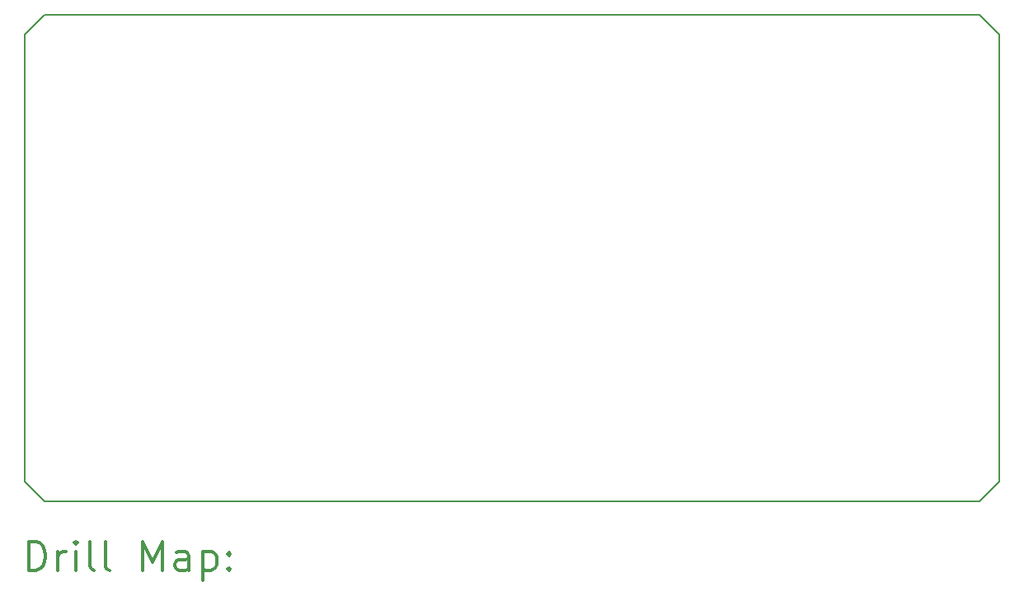
<source format=gbr>
%FSLAX45Y45*%
G04 Gerber Fmt 4.5, Leading zero omitted, Abs format (unit mm)*
G04 Created by KiCad (PCBNEW (5.1.6-0-10_14)) date 2020-05-23 01:17:42*
%MOMM*%
%LPD*%
G01*
G04 APERTURE LIST*
%TA.AperFunction,Profile*%
%ADD10C,0.150000*%
%TD*%
%ADD11C,0.200000*%
%ADD12C,0.300000*%
G04 APERTURE END LIST*
D10*
X19850000Y-11800000D02*
X10250000Y-11800000D01*
X10250000Y-6800000D02*
X19850000Y-6800000D01*
X20050000Y-7000000D02*
X19850000Y-6800000D01*
X20050000Y-11600000D02*
X20050000Y-7000000D01*
X19850000Y-11800000D02*
X20050000Y-11600000D01*
X10050000Y-7000000D02*
X10250000Y-6800000D01*
X10050000Y-11600000D02*
X10250000Y-11800000D01*
X10050000Y-7000000D02*
X10050000Y-11600000D01*
D11*
D12*
X10086429Y-12515714D02*
X10086429Y-12215714D01*
X10157857Y-12215714D01*
X10200714Y-12230000D01*
X10229286Y-12258571D01*
X10243571Y-12287143D01*
X10257857Y-12344286D01*
X10257857Y-12387143D01*
X10243571Y-12444286D01*
X10229286Y-12472857D01*
X10200714Y-12501428D01*
X10157857Y-12515714D01*
X10086429Y-12515714D01*
X10386429Y-12515714D02*
X10386429Y-12315714D01*
X10386429Y-12372857D02*
X10400714Y-12344286D01*
X10415000Y-12330000D01*
X10443571Y-12315714D01*
X10472143Y-12315714D01*
X10572143Y-12515714D02*
X10572143Y-12315714D01*
X10572143Y-12215714D02*
X10557857Y-12230000D01*
X10572143Y-12244286D01*
X10586429Y-12230000D01*
X10572143Y-12215714D01*
X10572143Y-12244286D01*
X10757857Y-12515714D02*
X10729286Y-12501428D01*
X10715000Y-12472857D01*
X10715000Y-12215714D01*
X10915000Y-12515714D02*
X10886429Y-12501428D01*
X10872143Y-12472857D01*
X10872143Y-12215714D01*
X11257857Y-12515714D02*
X11257857Y-12215714D01*
X11357857Y-12430000D01*
X11457857Y-12215714D01*
X11457857Y-12515714D01*
X11729286Y-12515714D02*
X11729286Y-12358571D01*
X11715000Y-12330000D01*
X11686428Y-12315714D01*
X11629286Y-12315714D01*
X11600714Y-12330000D01*
X11729286Y-12501428D02*
X11700714Y-12515714D01*
X11629286Y-12515714D01*
X11600714Y-12501428D01*
X11586428Y-12472857D01*
X11586428Y-12444286D01*
X11600714Y-12415714D01*
X11629286Y-12401428D01*
X11700714Y-12401428D01*
X11729286Y-12387143D01*
X11872143Y-12315714D02*
X11872143Y-12615714D01*
X11872143Y-12330000D02*
X11900714Y-12315714D01*
X11957857Y-12315714D01*
X11986428Y-12330000D01*
X12000714Y-12344286D01*
X12015000Y-12372857D01*
X12015000Y-12458571D01*
X12000714Y-12487143D01*
X11986428Y-12501428D01*
X11957857Y-12515714D01*
X11900714Y-12515714D01*
X11872143Y-12501428D01*
X12143571Y-12487143D02*
X12157857Y-12501428D01*
X12143571Y-12515714D01*
X12129286Y-12501428D01*
X12143571Y-12487143D01*
X12143571Y-12515714D01*
X12143571Y-12330000D02*
X12157857Y-12344286D01*
X12143571Y-12358571D01*
X12129286Y-12344286D01*
X12143571Y-12330000D01*
X12143571Y-12358571D01*
M02*

</source>
